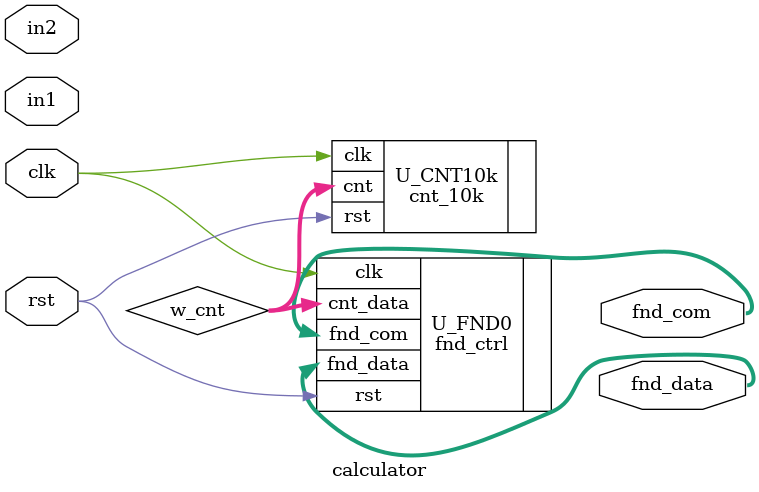
<source format=v>
`timescale 1ns / 1ps


module calculator (
    //input       cin,
    input clk,
    input rst,
    input [7:0] in1,
    input [7:0] in2,
    //input [1:0] sel,

    output [7:0] fnd_data,
    output [3:0] fnd_com
);
    //wire [7:0] w_sum0;
    //wire w_c0;
    wire [13:0] w_cnt;

    //assign w_sc = {w_c0, w_sum0};

    //assign cin = 1'b0;
    //assign fnd_com = 4'b1110;


    /*adder_8b U_ADD8 (
        .a(in1),
        .b(in2),
        //.cin(cin),

        .cout(w_c0),
        .sum (w_sum0)
    );*/

    cnt_10k U_CNT10k (
        .clk(clk),
        .rst(rst),

        .cnt(w_cnt)
    );

    fnd_ctrl U_FND0 (
        .clk(clk),
        .rst(rst),
        .cnt_data(w_cnt),
        //.sel(sel),
        .fnd_data(fnd_data),
        .fnd_com(fnd_com)
    );



endmodule

</source>
